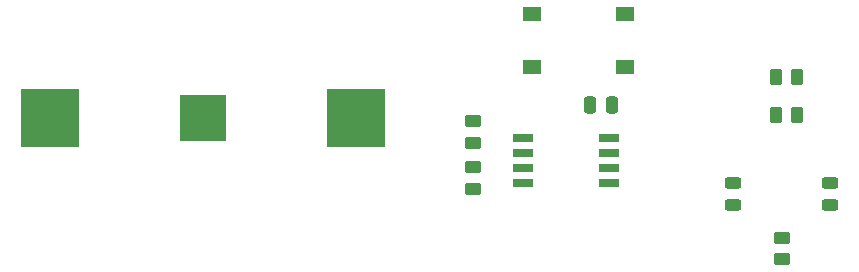
<source format=gbr>
%TF.GenerationSoftware,KiCad,Pcbnew,8.0.6*%
%TF.CreationDate,2024-11-03T18:22:47-03:00*%
%TF.ProjectId,regua-pcb-fritzenlab,72656775-612d-4706-9362-2d667269747a,rev?*%
%TF.SameCoordinates,Original*%
%TF.FileFunction,Paste,Top*%
%TF.FilePolarity,Positive*%
%FSLAX46Y46*%
G04 Gerber Fmt 4.6, Leading zero omitted, Abs format (unit mm)*
G04 Created by KiCad (PCBNEW 8.0.6) date 2024-11-03 18:22:47*
%MOMM*%
%LPD*%
G01*
G04 APERTURE LIST*
G04 Aperture macros list*
%AMRoundRect*
0 Rectangle with rounded corners*
0 $1 Rounding radius*
0 $2 $3 $4 $5 $6 $7 $8 $9 X,Y pos of 4 corners*
0 Add a 4 corners polygon primitive as box body*
4,1,4,$2,$3,$4,$5,$6,$7,$8,$9,$2,$3,0*
0 Add four circle primitives for the rounded corners*
1,1,$1+$1,$2,$3*
1,1,$1+$1,$4,$5*
1,1,$1+$1,$6,$7*
1,1,$1+$1,$8,$9*
0 Add four rect primitives between the rounded corners*
20,1,$1+$1,$2,$3,$4,$5,0*
20,1,$1+$1,$4,$5,$6,$7,0*
20,1,$1+$1,$6,$7,$8,$9,0*
20,1,$1+$1,$8,$9,$2,$3,0*%
G04 Aperture macros list end*
%ADD10R,1.700000X0.650000*%
%ADD11RoundRect,0.243750X0.456250X-0.243750X0.456250X0.243750X-0.456250X0.243750X-0.456250X-0.243750X0*%
%ADD12RoundRect,0.250000X0.250000X0.475000X-0.250000X0.475000X-0.250000X-0.475000X0.250000X-0.475000X0*%
%ADD13RoundRect,0.250000X0.450000X-0.262500X0.450000X0.262500X-0.450000X0.262500X-0.450000X-0.262500X0*%
%ADD14R,1.550000X1.300000*%
%ADD15RoundRect,0.250000X-0.262500X-0.450000X0.262500X-0.450000X0.262500X0.450000X-0.262500X0.450000X0*%
%ADD16RoundRect,0.250000X-0.450000X0.262500X-0.450000X-0.262500X0.450000X-0.262500X0.450000X0.262500X0*%
%ADD17R,5.000000X5.000000*%
%ADD18R,4.000000X4.000000*%
G04 APERTURE END LIST*
D10*
%TO.C,U1*%
X125900000Y-90400000D03*
X125900000Y-91670000D03*
X125900000Y-92940000D03*
X125900000Y-94210000D03*
X133200000Y-94210000D03*
X133200000Y-92940000D03*
X133200000Y-91670000D03*
X133200000Y-90400000D03*
%TD*%
D11*
%TO.C,D2*%
X151900000Y-96137500D03*
X151900000Y-94262500D03*
%TD*%
D12*
%TO.C,C1*%
X133450000Y-87600000D03*
X131550000Y-87600000D03*
%TD*%
D13*
%TO.C,R3*%
X121700000Y-90812500D03*
X121700000Y-88987500D03*
%TD*%
D11*
%TO.C,D1*%
X143700000Y-96137500D03*
X143700000Y-94262500D03*
%TD*%
D14*
%TO.C,SW1*%
X126625000Y-79950000D03*
X134575000Y-79950000D03*
X126625000Y-84450000D03*
X134575000Y-84450000D03*
%TD*%
D15*
%TO.C,TH1*%
X147287500Y-88500000D03*
X149112500Y-88500000D03*
%TD*%
D16*
%TO.C,R1*%
X147800000Y-98887500D03*
X147800000Y-100712500D03*
%TD*%
D13*
%TO.C,R4*%
X121700000Y-94712500D03*
X121700000Y-92887500D03*
%TD*%
D17*
%TO.C,BT1*%
X85850000Y-88709227D03*
X111750000Y-88709227D03*
D18*
X98800000Y-88709227D03*
%TD*%
D15*
%TO.C,R2*%
X147287500Y-85300000D03*
X149112500Y-85300000D03*
%TD*%
M02*

</source>
